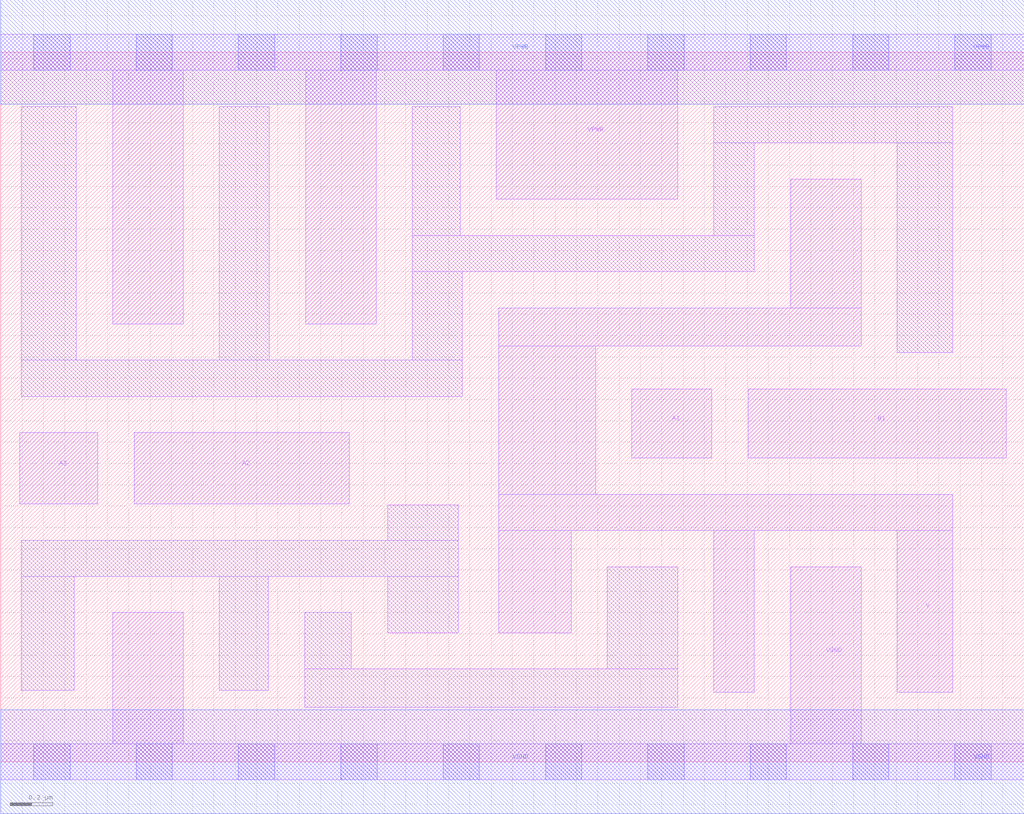
<source format=lef>
# Copyright 2020 The SkyWater PDK Authors
#
# Licensed under the Apache License, Version 2.0 (the "License");
# you may not use this file except in compliance with the License.
# You may obtain a copy of the License at
#
#     https://www.apache.org/licenses/LICENSE-2.0
#
# Unless required by applicable law or agreed to in writing, software
# distributed under the License is distributed on an "AS IS" BASIS,
# WITHOUT WARRANTIES OR CONDITIONS OF ANY KIND, either express or implied.
# See the License for the specific language governing permissions and
# limitations under the License.
#
# SPDX-License-Identifier: Apache-2.0

VERSION 5.7 ;
  NAMESCASESENSITIVE ON ;
  NOWIREEXTENSIONATPIN ON ;
  DIVIDERCHAR "/" ;
  BUSBITCHARS "[]" ;
UNITS
  DATABASE MICRONS 200 ;
END UNITS
MACRO sky130_fd_sc_lp__a31oi_2
  CLASS CORE ;
  SOURCE USER ;
  FOREIGN sky130_fd_sc_lp__a31oi_2 ;
  ORIGIN  0.000000  0.000000 ;
  SIZE  4.800000 BY  3.330000 ;
  SYMMETRY X Y R90 ;
  SITE unit ;
  PIN A1
    ANTENNAGATEAREA  0.630000 ;
    DIRECTION INPUT ;
    USE SIGNAL ;
    PORT
      LAYER li1 ;
        RECT 2.960000 1.425000 3.335000 1.750000 ;
    END
  END A1
  PIN A2
    ANTENNAGATEAREA  0.630000 ;
    DIRECTION INPUT ;
    USE SIGNAL ;
    PORT
      LAYER li1 ;
        RECT 0.625000 1.210000 1.635000 1.545000 ;
    END
  END A2
  PIN A3
    ANTENNAGATEAREA  0.630000 ;
    DIRECTION INPUT ;
    USE SIGNAL ;
    PORT
      LAYER li1 ;
        RECT 0.090000 1.210000 0.455000 1.545000 ;
    END
  END A3
  PIN B1
    ANTENNAGATEAREA  0.630000 ;
    DIRECTION INPUT ;
    USE SIGNAL ;
    PORT
      LAYER li1 ;
        RECT 3.505000 1.425000 4.715000 1.750000 ;
    END
  END B1
  PIN Y
    ANTENNADIFFAREA  1.037400 ;
    DIRECTION OUTPUT ;
    USE SIGNAL ;
    PORT
      LAYER li1 ;
        RECT 2.335000 0.605000 2.675000 1.085000 ;
        RECT 2.335000 1.085000 4.465000 1.255000 ;
        RECT 2.335000 1.255000 2.790000 1.950000 ;
        RECT 2.335000 1.950000 4.035000 2.130000 ;
        RECT 3.345000 0.325000 3.535000 1.085000 ;
        RECT 3.705000 2.130000 4.035000 2.735000 ;
        RECT 4.205000 0.325000 4.465000 1.085000 ;
    END
  END Y
  PIN VGND
    DIRECTION INOUT ;
    USE GROUND ;
    PORT
      LAYER li1 ;
        RECT 0.000000 -0.085000 4.800000 0.085000 ;
        RECT 0.525000  0.085000 0.855000 0.700000 ;
        RECT 3.705000  0.085000 4.035000 0.915000 ;
      LAYER mcon ;
        RECT 0.155000 -0.085000 0.325000 0.085000 ;
        RECT 0.635000 -0.085000 0.805000 0.085000 ;
        RECT 1.115000 -0.085000 1.285000 0.085000 ;
        RECT 1.595000 -0.085000 1.765000 0.085000 ;
        RECT 2.075000 -0.085000 2.245000 0.085000 ;
        RECT 2.555000 -0.085000 2.725000 0.085000 ;
        RECT 3.035000 -0.085000 3.205000 0.085000 ;
        RECT 3.515000 -0.085000 3.685000 0.085000 ;
        RECT 3.995000 -0.085000 4.165000 0.085000 ;
        RECT 4.475000 -0.085000 4.645000 0.085000 ;
      LAYER met1 ;
        RECT 0.000000 -0.245000 4.800000 0.245000 ;
    END
  END VGND
  PIN VPWR
    DIRECTION INOUT ;
    USE POWER ;
    PORT
      LAYER li1 ;
        RECT 0.000000 3.245000 4.800000 3.415000 ;
        RECT 0.525000 2.055000 0.855000 3.245000 ;
        RECT 1.430000 2.055000 1.760000 3.245000 ;
        RECT 2.325000 2.640000 3.175000 3.245000 ;
      LAYER mcon ;
        RECT 0.155000 3.245000 0.325000 3.415000 ;
        RECT 0.635000 3.245000 0.805000 3.415000 ;
        RECT 1.115000 3.245000 1.285000 3.415000 ;
        RECT 1.595000 3.245000 1.765000 3.415000 ;
        RECT 2.075000 3.245000 2.245000 3.415000 ;
        RECT 2.555000 3.245000 2.725000 3.415000 ;
        RECT 3.035000 3.245000 3.205000 3.415000 ;
        RECT 3.515000 3.245000 3.685000 3.415000 ;
        RECT 3.995000 3.245000 4.165000 3.415000 ;
        RECT 4.475000 3.245000 4.645000 3.415000 ;
      LAYER met1 ;
        RECT 0.000000 3.085000 4.800000 3.575000 ;
    END
  END VPWR
  OBS
    LAYER li1 ;
      RECT 0.095000 0.335000 0.345000 0.870000 ;
      RECT 0.095000 0.870000 2.145000 1.040000 ;
      RECT 0.095000 1.715000 2.165000 1.885000 ;
      RECT 0.095000 1.885000 0.355000 3.075000 ;
      RECT 1.025000 0.335000 1.255000 0.870000 ;
      RECT 1.025000 1.885000 1.260000 3.075000 ;
      RECT 1.425000 0.255000 3.175000 0.435000 ;
      RECT 1.425000 0.435000 1.645000 0.700000 ;
      RECT 1.815000 0.605000 2.145000 0.870000 ;
      RECT 1.815000 1.040000 2.145000 1.205000 ;
      RECT 1.930000 1.885000 2.165000 2.300000 ;
      RECT 1.930000 2.300000 3.535000 2.470000 ;
      RECT 1.930000 2.470000 2.155000 3.075000 ;
      RECT 2.845000 0.435000 3.175000 0.915000 ;
      RECT 3.345000 2.470000 3.535000 2.905000 ;
      RECT 3.345000 2.905000 4.465000 3.075000 ;
      RECT 4.205000 1.920000 4.465000 2.905000 ;
  END
END sky130_fd_sc_lp__a31oi_2

</source>
